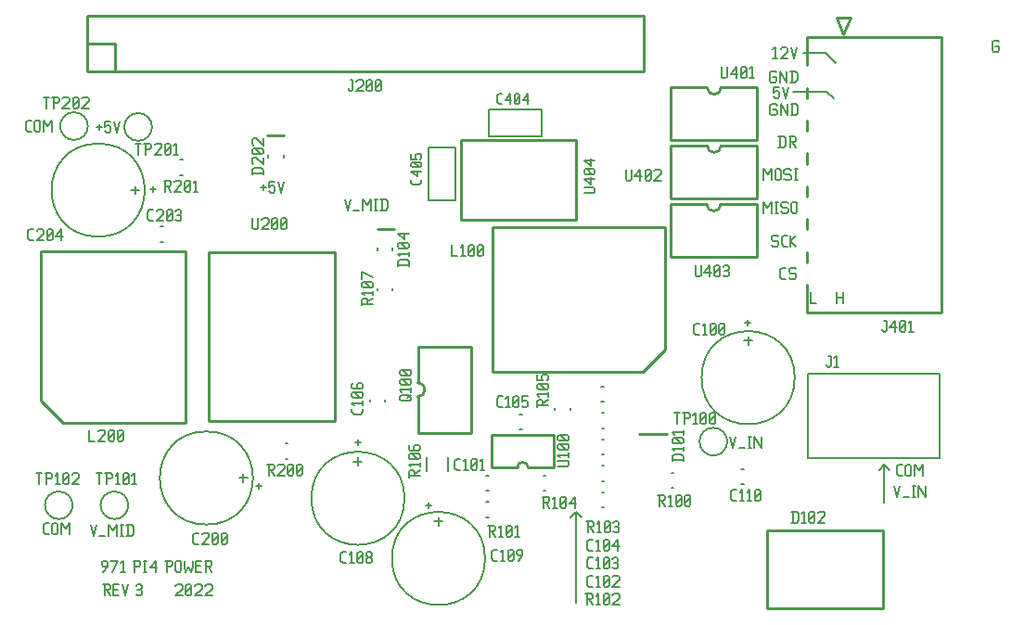
<source format=gbr>
G04 start of page 10 for group -4079 idx -4079 *
G04 Title: RspPiPS, topsilk *
G04 Creator: pcb 4.2.0 *
G04 CreationDate: Sun Jan 23 00:25:27 2022 UTC *
G04 For: debian *
G04 Format: Gerber/RS-274X *
G04 PCB-Dimensions (mil): 10000.00 10000.00 *
G04 PCB-Coordinate-Origin: lower left *
%MOIN*%
%FSLAX25Y25*%
%LNTOPSILK*%
%ADD106C,0.0050*%
%ADD105C,0.0080*%
%ADD104C,0.0060*%
%ADD103C,0.0100*%
G54D103*X234500Y729000D02*X240500D01*
X273884Y695409D02*X279884D01*
G54D104*X345500Y561000D02*Y593500D01*
X343500Y591500D01*
X345500Y593500D02*X347500Y591500D01*
X456193Y596942D02*Y610721D01*
X454224Y608753D01*
X456193Y610721D02*X458161Y608753D01*
X423500Y744700D02*X435500D01*
X438000Y742200D01*
X427000Y758600D02*X435100D01*
X438700Y755000D01*
G54D105*X232002Y710393D02*X234002D01*
X233002Y711393D02*Y709393D01*
X235202Y712393D02*X237202D01*
X235202D02*Y710393D01*
X235702Y710893D01*
X236702D01*
X237202Y710393D01*
Y708893D01*
X236702Y708393D02*X237202Y708893D01*
X235702Y708393D02*X236702D01*
X235202Y708893D02*X235702Y708393D01*
X238402Y712393D02*X239402Y708393D01*
X240402Y712393D01*
X262312Y706112D02*X263312Y702112D01*
X264312Y706112D01*
X265512Y702112D02*X267512D01*
X268712Y706112D02*Y702112D01*
Y706112D02*X270212Y704112D01*
X271712Y706112D01*
Y702112D01*
X272912Y706112D02*X273912D01*
X273412D02*Y702112D01*
X272912D02*X273912D01*
X275612Y706112D02*Y702112D01*
X276912Y706112D02*X277612Y705412D01*
Y702812D01*
X276912Y702112D02*X277612Y702812D01*
X275112Y702112D02*X276912D01*
X275112Y706112D02*X276912D01*
X348270Y708300D02*X351665D01*
X352150Y708785D01*
Y709755D02*Y708785D01*
Y709755D02*X351665Y710240D01*
X348270D02*X351665D01*
X350695Y711404D02*X348270Y713344D01*
X350695Y713829D02*Y711404D01*
X348270Y713344D02*X352150D01*
X351665Y714993D02*X352150Y715478D01*
X348755Y714993D02*X351665D01*
X348755D02*X348270Y715478D01*
Y716448D02*Y715478D01*
Y716448D02*X348755Y716933D01*
X351665D01*
X352150Y716448D02*X351665Y716933D01*
X352150Y716448D02*Y715478D01*
X351180Y714993D02*X349240Y716933D01*
X350695Y718097D02*X348270Y720037D01*
X350695Y720522D02*Y718097D01*
X348270Y720037D02*X352150D01*
X406200Y661700D02*X408200D01*
X407200Y662700D02*Y660700D01*
X400811Y620630D02*X401811Y616630D01*
X402811Y620630D01*
X404011Y616630D02*X406011D01*
X407211Y620630D02*X408211D01*
X407711D02*Y616630D01*
X407211D02*X408211D01*
X409411Y620630D02*Y616630D01*
Y620630D02*X411911Y616630D01*
Y620630D02*Y616630D01*
X459866Y602913D02*X460866Y598913D01*
X461866Y602913D01*
X463066Y598913D02*X465066D01*
X466266Y602913D02*X467266D01*
X466766D02*Y598913D01*
X466266D02*X467266D01*
X468466Y602913D02*Y598913D01*
Y602913D02*X470966Y598913D01*
Y602913D02*Y598913D01*
X461342Y606567D02*X462642D01*
X460642Y607267D02*X461342Y606567D01*
X460642Y609867D02*Y607267D01*
Y609867D02*X461342Y610567D01*
X462642D01*
X463842Y610067D02*Y607067D01*
Y610067D02*X464342Y610567D01*
X465342D01*
X465842Y610067D01*
Y607067D01*
X465342Y606567D02*X465842Y607067D01*
X464342Y606567D02*X465342D01*
X463842Y607067D02*X464342Y606567D01*
X467042Y610567D02*Y606567D01*
Y610567D02*X468542Y608567D01*
X470042Y610567D01*
Y606567D01*
X438900Y672700D02*Y668700D01*
X441400Y672700D02*Y668700D01*
X438900Y670700D02*X441400D01*
X429800Y672700D02*Y668700D01*
X431800D01*
X418700Y728600D02*Y724600D01*
X420000Y728600D02*X420700Y727900D01*
Y725300D01*
X420000Y724600D02*X420700Y725300D01*
X418200Y724600D02*X420000D01*
X418200Y728600D02*X420000D01*
X421900D02*X423900D01*
X424400Y728100D01*
Y727100D01*
X423900Y726600D02*X424400Y727100D01*
X422400Y726600D02*X423900D01*
X422400Y728600D02*Y724600D01*
X423200Y726600D02*X424400Y724600D01*
X412700Y705000D02*Y701000D01*
Y705000D02*X414200Y703000D01*
X415700Y705000D01*
Y701000D01*
X416900Y705000D02*X417900D01*
X417400D02*Y701000D01*
X416900D02*X417900D01*
X421100Y705000D02*X421600Y704500D01*
X419600Y705000D02*X421100D01*
X419100Y704500D02*X419600Y705000D01*
X419100Y704500D02*Y703500D01*
X419600Y703000D01*
X421100D01*
X421600Y702500D01*
Y701500D01*
X421100Y701000D02*X421600Y701500D01*
X419600Y701000D02*X421100D01*
X419100Y701500D02*X419600Y701000D01*
X422800Y704500D02*Y701500D01*
Y704500D02*X423300Y705000D01*
X424300D01*
X424800Y704500D01*
Y701500D01*
X424300Y701000D02*X424800Y701500D01*
X423300Y701000D02*X424300D01*
X422800Y701500D02*X423300Y701000D01*
X412800Y716800D02*Y712800D01*
Y716800D02*X414300Y714800D01*
X415800Y716800D01*
Y712800D01*
X417000Y716300D02*Y713300D01*
Y716300D02*X417500Y716800D01*
X418500D01*
X419000Y716300D01*
Y713300D01*
X418500Y712800D02*X419000Y713300D01*
X417500Y712800D02*X418500D01*
X417000Y713300D02*X417500Y712800D01*
X422200Y716800D02*X422700Y716300D01*
X420700Y716800D02*X422200D01*
X420200Y716300D02*X420700Y716800D01*
X420200Y716300D02*Y715300D01*
X420700Y714800D01*
X422200D01*
X422700Y714300D01*
Y713300D01*
X422200Y712800D02*X422700Y713300D01*
X420700Y712800D02*X422200D01*
X420200Y713300D02*X420700Y712800D01*
X423900Y716800D02*X424900D01*
X424400D02*Y712800D01*
X423900D02*X424900D01*
X419400Y677300D02*X420700D01*
X418700Y678000D02*X419400Y677300D01*
X418700Y680600D02*Y678000D01*
Y680600D02*X419400Y681300D01*
X420700D01*
X423900D02*X424400Y680800D01*
X422400Y681300D02*X423900D01*
X421900Y680800D02*X422400Y681300D01*
X421900Y680800D02*Y679800D01*
X422400Y679300D01*
X423900D01*
X424400Y678800D01*
Y677800D01*
X423900Y677300D02*X424400Y677800D01*
X422400Y677300D02*X423900D01*
X421900Y677800D02*X422400Y677300D01*
X417600Y693100D02*X418100Y692600D01*
X416100Y693100D02*X417600D01*
X415600Y692600D02*X416100Y693100D01*
X415600Y692600D02*Y691600D01*
X416100Y691100D01*
X417600D01*
X418100Y690600D01*
Y689600D01*
X417600Y689100D02*X418100Y689600D01*
X416100Y689100D02*X417600D01*
X415600Y689600D02*X416100Y689100D01*
X420000D02*X421300D01*
X419300Y689800D02*X420000Y689100D01*
X419300Y692400D02*Y689800D01*
Y692400D02*X420000Y693100D01*
X421300D01*
X422500D02*Y689100D01*
Y691100D02*X424500Y693100D01*
X422500Y691100D02*X424500Y689100D01*
X416400Y746400D02*X418400D01*
X416400D02*Y744400D01*
X416900Y744900D01*
X417900D01*
X418400Y744400D01*
Y742900D01*
X417900Y742400D02*X418400Y742900D01*
X416900Y742400D02*X417900D01*
X416400Y742900D02*X416900Y742400D01*
X419600Y746400D02*X420600Y742400D01*
X421600Y746400D01*
X416200Y759800D02*X417000Y760600D01*
Y756600D01*
X416200D02*X417700D01*
X418900Y760100D02*X419400Y760600D01*
X420900D01*
X421400Y760100D01*
Y759100D01*
X418900Y756600D02*X421400Y759100D01*
X418900Y756600D02*X421400D01*
X422600Y760600D02*X423600Y756600D01*
X424600Y760600D01*
X417000Y752100D02*X417500Y751600D01*
X415500Y752100D02*X417000D01*
X415000Y751600D02*X415500Y752100D01*
X415000Y751600D02*Y748600D01*
X415500Y748100D01*
X417000D01*
X417500Y748600D01*
Y749600D02*Y748600D01*
X417000Y750100D02*X417500Y749600D01*
X416000Y750100D02*X417000D01*
X418700Y752100D02*Y748100D01*
Y752100D02*X421200Y748100D01*
Y752100D02*Y748100D01*
X422900Y752100D02*Y748100D01*
X424200Y752100D02*X424900Y751400D01*
Y748800D01*
X424200Y748100D02*X424900Y748800D01*
X422400Y748100D02*X424200D01*
X422400Y752100D02*X424200D01*
X417200Y740200D02*X417700Y739700D01*
X415700Y740200D02*X417200D01*
X415200Y739700D02*X415700Y740200D01*
X415200Y739700D02*Y736700D01*
X415700Y736200D01*
X417200D01*
X417700Y736700D01*
Y737700D02*Y736700D01*
X417200Y738200D02*X417700Y737700D01*
X416200Y738200D02*X417200D01*
X418900Y740200D02*Y736200D01*
Y740200D02*X421400Y736200D01*
Y740200D02*Y736200D01*
X423100Y740200D02*Y736200D01*
X424400Y740200D02*X425100Y739500D01*
Y736900D01*
X424400Y736200D02*X425100Y736900D01*
X422600Y736200D02*X424400D01*
X422600Y740200D02*X424400D01*
X496900Y763100D02*X497400Y762600D01*
X495400Y763100D02*X496900D01*
X494900Y762600D02*X495400Y763100D01*
X494900Y762600D02*Y759600D01*
X495400Y759100D01*
X496900D01*
X497400Y759600D01*
Y760600D02*Y759600D01*
X496900Y761100D02*X497400Y760600D01*
X495900Y761100D02*X496900D01*
X230500Y603000D02*X232500D01*
X231500Y604000D02*Y602000D01*
X192500Y709500D02*X194500D01*
X193500Y710500D02*Y708500D01*
X171000Y589000D02*X172000Y585000D01*
X173000Y589000D01*
X174200Y585000D02*X176200D01*
X177400Y589000D02*Y585000D01*
Y589000D02*X178900Y587000D01*
X180400Y589000D01*
Y585000D01*
X181600Y589000D02*X182600D01*
X182100D02*Y585000D01*
X181600D02*X182600D01*
X184300Y589000D02*Y585000D01*
X185600Y589000D02*X186300Y588300D01*
Y585700D01*
X185600Y585000D02*X186300Y585700D01*
X183800Y585000D02*X185600D01*
X183800Y589000D02*X185600D01*
X154700Y585500D02*X156000D01*
X154000Y586200D02*X154700Y585500D01*
X154000Y588800D02*Y586200D01*
Y588800D02*X154700Y589500D01*
X156000D01*
X157200Y589000D02*Y586000D01*
Y589000D02*X157700Y589500D01*
X158700D01*
X159200Y589000D01*
Y586000D01*
X158700Y585500D02*X159200Y586000D01*
X157700Y585500D02*X158700D01*
X157200Y586000D02*X157700Y585500D01*
X160400Y589500D02*Y585500D01*
Y589500D02*X161900Y587500D01*
X163400Y589500D01*
Y585500D01*
X266000Y618500D02*X268000D01*
X267000Y619500D02*Y617500D01*
X291500Y596000D02*X293500D01*
X292500Y597000D02*Y595000D01*
X173000Y732000D02*X175000D01*
X174000Y733000D02*Y731000D01*
X176200Y734000D02*X178200D01*
X176200D02*Y732000D01*
X176700Y732500D01*
X177700D01*
X178200Y732000D01*
Y730500D01*
X177700Y730000D02*X178200Y730500D01*
X176700Y730000D02*X177700D01*
X176200Y730500D02*X176700Y730000D01*
X179400Y734000D02*X180400Y730000D01*
X181400Y734000D01*
X148239Y730394D02*X149539D01*
X147539Y731094D02*X148239Y730394D01*
X147539Y733694D02*Y731094D01*
Y733694D02*X148239Y734394D01*
X149539D01*
X150739Y733894D02*Y730894D01*
Y733894D02*X151239Y734394D01*
X152239D01*
X152739Y733894D01*
Y730894D01*
X152239Y730394D02*X152739Y730894D01*
X151239Y730394D02*X152239D01*
X150739Y730894D02*X151239Y730394D01*
X153939Y734394D02*Y730394D01*
Y734394D02*X155439Y732394D01*
X156939Y734394D01*
Y730394D01*
X175429Y567567D02*X177429D01*
X177929Y567067D01*
Y566067D01*
X177429Y565567D02*X177929Y566067D01*
X175929Y565567D02*X177429D01*
X175929Y567567D02*Y563567D01*
X176729Y565567D02*X177929Y563567D01*
X179129Y565767D02*X180629D01*
X179129Y563567D02*X181129D01*
X179129Y567567D02*Y563567D01*
Y567567D02*X181129D01*
X182329D02*X183329Y563567D01*
X184329Y567567D01*
X187329Y567067D02*X187829Y567567D01*
X188829D01*
X189329Y567067D01*
X188829Y563567D02*X189329Y564067D01*
X187829Y563567D02*X188829D01*
X187329Y564067D02*X187829Y563567D01*
Y565767D02*X188829D01*
X189329Y567067D02*Y566267D01*
Y565267D02*Y564067D01*
Y565267D02*X188829Y565767D01*
X189329Y566267D02*X188829Y565767D01*
X175429Y572067D02*X176929Y574067D01*
Y575567D02*Y574067D01*
X176429Y576067D02*X176929Y575567D01*
X175429Y576067D02*X176429D01*
X174929Y575567D02*X175429Y576067D01*
X174929Y575567D02*Y574567D01*
X175429Y574067D01*
X176929D01*
X178629Y572067D02*X180629Y576067D01*
X178129D02*X180629D01*
X181829Y575267D02*X182629Y576067D01*
Y572067D01*
X181829D02*X183329D01*
X186829Y576067D02*Y572067D01*
X186329Y576067D02*X188329D01*
X188829Y575567D01*
Y574567D01*
X188329Y574067D02*X188829Y574567D01*
X186829Y574067D02*X188329D01*
X190029Y576067D02*X191029D01*
X190529D02*Y572067D01*
X190029D02*X191029D01*
X192229Y573567D02*X194229Y576067D01*
X192229Y573567D02*X194729D01*
X194229Y576067D02*Y572067D01*
X198229Y576067D02*Y572067D01*
X197729Y576067D02*X199729D01*
X200229Y575567D01*
Y574567D01*
X199729Y574067D02*X200229Y574567D01*
X198229Y574067D02*X199729D01*
X201429Y575567D02*Y572567D01*
Y575567D02*X201929Y576067D01*
X202929D01*
X203429Y575567D01*
Y572567D01*
X202929Y572067D02*X203429Y572567D01*
X201929Y572067D02*X202929D01*
X201429Y572567D02*X201929Y572067D01*
X204629Y576067D02*Y574067D01*
X205129Y572067D01*
X206129Y574067D01*
X207129Y572067D01*
X207629Y574067D01*
Y576067D02*Y574067D01*
X208829Y574267D02*X210329D01*
X208829Y572067D02*X210829D01*
X208829Y576067D02*Y572067D01*
Y576067D02*X210829D01*
X212029D02*X214029D01*
X214529Y575567D01*
Y574567D01*
X214029Y574067D02*X214529Y574567D01*
X212529Y574067D02*X214029D01*
X212529Y576067D02*Y572067D01*
X213329Y574067D02*X214529Y572067D01*
X201500Y567000D02*X202000Y567500D01*
X203500D01*
X204000Y567000D01*
Y566000D01*
X201500Y563500D02*X204000Y566000D01*
X201500Y563500D02*X204000D01*
X205200Y564000D02*X205700Y563500D01*
X205200Y567000D02*Y564000D01*
Y567000D02*X205700Y567500D01*
X206700D01*
X207200Y567000D01*
Y564000D01*
X206700Y563500D02*X207200Y564000D01*
X205700Y563500D02*X206700D01*
X205200Y564500D02*X207200Y566500D01*
X208400Y567000D02*X208900Y567500D01*
X210400D01*
X210900Y567000D01*
Y566000D01*
X208400Y563500D02*X210900Y566000D01*
X208400Y563500D02*X210900D01*
X212100Y567000D02*X212600Y567500D01*
X214100D01*
X214600Y567000D01*
Y566000D01*
X212100Y563500D02*X214600Y566000D01*
X212100Y563500D02*X214600D01*
G54D104*X164961Y727283D02*G75*G03X169961Y732283I0J5000D01*G01*
G75*G03X164961Y737283I-5000J0D01*G01*
G75*G03X159961Y732283I0J-5000D01*G01*
G75*G03X164961Y727283I5000J0D01*G01*
G54D105*X185457Y709276D02*X188409D01*
X186933Y710752D02*Y707799D01*
X173646Y692543D02*G75*G03X173646Y692543I0J16732D01*G01*
X196107Y690745D02*X196893D01*
X196107Y696255D02*X196893D01*
X234788Y721850D02*Y721064D01*
X240298Y721850D02*Y721064D01*
X203150Y714745D02*X203936D01*
X203150Y720255D02*X203936D01*
G54D104*X188000Y727000D02*G75*G03X193000Y732000I0J5000D01*G01*
G75*G03X188000Y737000I-5000J0D01*G01*
G75*G03X183000Y732000I0J-5000D01*G01*
G75*G03X188000Y727000I5000J0D01*G01*
G54D103*X169700Y751800D02*X369700D01*
Y771800D02*Y751800D01*
X169700Y771800D02*X369700D01*
X169700D02*Y751800D01*
X179700Y761800D02*Y751800D01*
X169700Y761800D02*X179700D01*
X304098Y727192D02*X345498D01*
X304098D02*Y698692D01*
X345498D01*
Y727192D02*Y698692D01*
G54D105*X379607Y607755D02*X380393D01*
X379607Y602245D02*X380393D01*
G54D103*X368000Y621600D02*X378000D01*
G54D105*X354607Y595245D02*X355393D01*
X354607Y600755D02*X355393D01*
X333607Y601245D02*X334393D01*
X333607Y606755D02*X334393D01*
X354607Y604745D02*X355393D01*
X354607Y610255D02*X355393D01*
X354607Y614245D02*X355393D01*
X354607Y619755D02*X355393D01*
G54D104*X394736Y613866D02*G75*G03X399736Y618866I0J5000D01*G01*
G75*G03X394736Y623866I-5000J0D01*G01*
G75*G03X389736Y618866I0J-5000D01*G01*
G75*G03X394736Y613866I5000J0D01*G01*
G54D105*X407236Y656630D02*Y653677D01*
X405760Y655154D02*X408713D01*
X423969Y641866D02*G75*G03X423969Y641866I-16732J0D01*G01*
X428862Y643236D02*Y612921D01*
Y643236D02*X476106D01*
Y612921D01*
X428862D02*X476106D01*
G54D103*X413939Y586811D02*X455539D01*
X413939D02*Y558811D01*
X455539D01*
Y586811D02*Y558811D01*
G54D105*X404843Y609121D02*X405629D01*
X404843Y603611D02*X405629D01*
X267000Y613264D02*Y610311D01*
X265524Y611787D02*X268476D01*
X283732Y598500D02*G75*G03X283732Y598500I-16732J0D01*G01*
X276755Y633979D02*Y633193D01*
X271245Y633979D02*Y633193D01*
X279527Y673988D02*Y673202D01*
X274017Y673988D02*Y673202D01*
Y688555D02*Y687769D01*
X279527Y688555D02*Y687769D01*
G54D104*X159500Y591000D02*G75*G03X164500Y596000I0J5000D01*G01*
G75*G03X159500Y601000I-5000J0D01*G01*
G75*G03X154500Y596000I0J-5000D01*G01*
G75*G03X159500Y591000I5000J0D01*G01*
X179500D02*G75*G03X184500Y596000I0J5000D01*G01*
G75*G03X179500Y601000I-5000J0D01*G01*
G75*G03X174500Y596000I0J-5000D01*G01*
G75*G03X179500Y591000I5000J0D01*G01*
G54D103*X160890Y625594D02*X204984D01*
X153016Y687406D02*X204984D01*
Y625594D01*
X153016Y687406D02*Y633469D01*
X160890Y625594D02*X153016Y633469D01*
X213250Y626450D02*X258750D01*
X213250D02*Y687000D01*
X258750Y626450D02*Y687000D01*
X213250D02*X258750D01*
G54D105*X224346Y605799D02*X227299D01*
X225823Y607276D02*Y604323D01*
X212535Y589067D02*G75*G03X212535Y589067I0J16732D01*G01*
X241064Y612745D02*X241850D01*
X241064Y618255D02*X241850D01*
X313107Y606755D02*X313893D01*
X313107Y601245D02*X313893D01*
X313107Y597255D02*X313893D01*
X313107Y591745D02*X313893D01*
X295949Y591642D02*Y588689D01*
X294472Y590165D02*X297425D01*
X312681Y576878D02*G75*G03X312681Y576878I-16732J0D01*G01*
X354607Y623745D02*X355393D01*
X354607Y629255D02*X355393D01*
X343212Y630936D02*Y630150D01*
X337702Y630936D02*Y630150D01*
X354457Y638755D02*X355243D01*
X354457Y633245D02*X355243D01*
G54D103*X288543Y622049D02*X307543D01*
Y653049D02*Y622049D01*
X288543Y653049D02*X307543D01*
X288543Y635049D02*Y622049D01*
Y653049D02*Y640049D01*
Y635049D02*G75*G03X288543Y640049I0J2500D01*G01*
G54D105*X291772Y613126D02*Y608402D01*
X299252Y613126D02*Y608402D01*
X325193Y628755D02*X325979D01*
X325193Y623245D02*X325979D01*
G54D103*X377244Y695984D02*Y651890D01*
X315433Y695984D02*Y644016D01*
Y695984D02*X377244D01*
X315433Y644016D02*X369370D01*
X377244Y651890D02*X369370Y644016D01*
G54D106*X314113Y738165D02*X333113D01*
Y728565D01*
X314113D01*
Y738165D01*
X301935Y724461D02*Y705461D01*
X292335D02*X301935D01*
X292335Y724461D02*Y705461D01*
Y724461D02*X301935D01*
G54D103*X328123Y609612D02*X337323D01*
X315023D02*X324323D01*
X315023Y621412D02*Y609612D01*
Y621412D02*X337323D01*
Y609612D01*
X328123D02*G75*G03X324323Y609612I-1900J0D01*G01*
X441461Y765220D02*X438961Y771220D01*
X443961D01*
X441461Y765220D01*
X428390Y665205D02*X476579D01*
Y764220D02*Y665205D01*
X428390Y764220D02*X476579D01*
X428390D02*Y754207D01*
Y746085D02*Y742396D01*
Y734274D02*Y730585D01*
Y722463D02*Y718774D01*
Y710652D02*Y706963D01*
Y698841D02*Y695152D01*
Y687030D02*Y683341D01*
Y675219D02*Y665205D01*
X379368Y704244D02*Y685244D01*
X410368D01*
Y704244D01*
X379368D02*X392368D01*
X410368D02*X397368D01*
X392368D02*G75*G03X397368Y704244I2500J0D01*G01*
X379516Y725303D02*Y706303D01*
X410516D01*
Y725303D01*
X379516D02*X392516D01*
X410516D02*X397516D01*
X392516D02*G75*G03X397516Y725303I2500J0D01*G01*
X379500Y746200D02*Y727200D01*
X410500D01*
Y746200D01*
X379500D02*X392500D01*
X410500D02*X397500D01*
X392500D02*G75*G03X397500Y746200I2500J0D01*G01*
G54D105*X397700Y753600D02*Y750100D01*
X398200Y749600D01*
X399200D01*
X399700Y750100D01*
Y753600D02*Y750100D01*
X400900Y751100D02*X402900Y753600D01*
X400900Y751100D02*X403400D01*
X402900Y753600D02*Y749600D01*
X404600Y750100D02*X405100Y749600D01*
X404600Y753100D02*Y750100D01*
Y753100D02*X405100Y753600D01*
X406100D01*
X406600Y753100D01*
Y750100D01*
X406100Y749600D02*X406600Y750100D01*
X405100Y749600D02*X406100D01*
X404600Y750600D02*X406600Y752600D01*
X407800Y752800D02*X408600Y753600D01*
Y749600D01*
X407800D02*X409300D01*
X379900Y612300D02*X383900D01*
X379900Y613600D02*X380600Y614300D01*
X383200D01*
X383900Y613600D02*X383200Y614300D01*
X383900Y613600D02*Y611800D01*
X379900Y613600D02*Y611800D01*
X380700Y615500D02*X379900Y616300D01*
X383900D01*
Y617000D02*Y615500D01*
X383400Y618200D02*X383900Y618700D01*
X380400Y618200D02*X383400D01*
X380400D02*X379900Y618700D01*
Y619700D02*Y618700D01*
Y619700D02*X380400Y620200D01*
X383400D01*
X383900Y619700D02*X383400Y620200D01*
X383900Y619700D02*Y618700D01*
X382900Y618200D02*X380900Y620200D01*
X380700Y621400D02*X379900Y622200D01*
X383900D01*
Y622900D02*Y621400D01*
X388268Y682144D02*Y678644D01*
X388768Y678144D01*
X389768D01*
X390268Y678644D01*
Y682144D02*Y678644D01*
X391468Y679644D02*X393468Y682144D01*
X391468Y679644D02*X393968D01*
X393468Y682144D02*Y678144D01*
X395168Y678644D02*X395668Y678144D01*
X395168Y681644D02*Y678644D01*
Y681644D02*X395668Y682144D01*
X396668D01*
X397168Y681644D01*
Y678644D01*
X396668Y678144D02*X397168Y678644D01*
X395668Y678144D02*X396668D01*
X395168Y679144D02*X397168Y681144D01*
X398368Y681644D02*X398868Y682144D01*
X399868D01*
X400368Y681644D01*
X399868Y678144D02*X400368Y678644D01*
X398868Y678144D02*X399868D01*
X398368Y678644D02*X398868Y678144D01*
Y680344D02*X399868D01*
X400368Y681644D02*Y680844D01*
Y679844D02*Y678644D01*
Y679844D02*X399868Y680344D01*
X400368Y680844D02*X399868Y680344D01*
X363316Y716703D02*Y713203D01*
X363816Y712703D01*
X364816D01*
X365316Y713203D01*
Y716703D02*Y713203D01*
X366516Y714203D02*X368516Y716703D01*
X366516Y714203D02*X369016D01*
X368516Y716703D02*Y712703D01*
X370216Y713203D02*X370716Y712703D01*
X370216Y716203D02*Y713203D01*
Y716203D02*X370716Y716703D01*
X371716D01*
X372216Y716203D01*
Y713203D01*
X371716Y712703D02*X372216Y713203D01*
X370716Y712703D02*X371716D01*
X370216Y713703D02*X372216Y715703D01*
X373416Y716203D02*X373916Y716703D01*
X375416D01*
X375916Y716203D01*
Y715203D01*
X373416Y712703D02*X375916Y715203D01*
X373416Y712703D02*X375916D01*
X380583Y629240D02*X382583D01*
X381583D02*Y625240D01*
X384283Y629240D02*Y625240D01*
X383783Y629240D02*X385783D01*
X386283Y628740D01*
Y627740D01*
X385783Y627240D02*X386283Y627740D01*
X384283Y627240D02*X385783D01*
X387483Y628440D02*X388283Y629240D01*
Y625240D01*
X387483D02*X388983D01*
X390183Y625740D02*X390683Y625240D01*
X390183Y628740D02*Y625740D01*
Y628740D02*X390683Y629240D01*
X391683D01*
X392183Y628740D01*
Y625740D01*
X391683Y625240D02*X392183Y625740D01*
X390683Y625240D02*X391683D01*
X390183Y626240D02*X392183Y628240D01*
X393383Y625740D02*X393883Y625240D01*
X393383Y628740D02*Y625740D01*
Y628740D02*X393883Y629240D01*
X394883D01*
X395383Y628740D01*
Y625740D01*
X394883Y625240D02*X395383Y625740D01*
X393883Y625240D02*X394883D01*
X393383Y626240D02*X395383Y628240D01*
X388436Y657366D02*X389736D01*
X387736Y658066D02*X388436Y657366D01*
X387736Y660666D02*Y658066D01*
Y660666D02*X388436Y661366D01*
X389736D01*
X390936Y660566D02*X391736Y661366D01*
Y657366D01*
X390936D02*X392436D01*
X393636Y657866D02*X394136Y657366D01*
X393636Y660866D02*Y657866D01*
Y660866D02*X394136Y661366D01*
X395136D01*
X395636Y660866D01*
Y657866D01*
X395136Y657366D02*X395636Y657866D01*
X394136Y657366D02*X395136D01*
X393636Y658366D02*X395636Y660366D01*
X396836Y657866D02*X397336Y657366D01*
X396836Y660866D02*Y657866D01*
Y660866D02*X397336Y661366D01*
X398336D01*
X398836Y660866D01*
Y657866D01*
X398336Y657366D02*X398836Y657866D01*
X397336Y657366D02*X398336D01*
X396836Y658366D02*X398836Y660366D01*
X374850Y599650D02*X376850D01*
X377350Y599150D01*
Y598150D01*
X376850Y597650D02*X377350Y598150D01*
X375350Y597650D02*X376850D01*
X375350Y599650D02*Y595650D01*
X376150Y597650D02*X377350Y595650D01*
X378550Y598850D02*X379350Y599650D01*
Y595650D01*
X378550D02*X380050D01*
X381250Y596150D02*X381750Y595650D01*
X381250Y599150D02*Y596150D01*
Y599150D02*X381750Y599650D01*
X382750D01*
X383250Y599150D01*
Y596150D01*
X382750Y595650D02*X383250Y596150D01*
X381750Y595650D02*X382750D01*
X381250Y596650D02*X383250Y598650D01*
X384450Y596150D02*X384950Y595650D01*
X384450Y599150D02*Y596150D01*
Y599150D02*X384950Y599650D01*
X385950D01*
X386450Y599150D01*
Y596150D01*
X385950Y595650D02*X386450Y596150D01*
X384950Y595650D02*X385950D01*
X384450Y596650D02*X386450Y598650D01*
X302550Y608650D02*X303850D01*
X301850Y609350D02*X302550Y608650D01*
X301850Y611950D02*Y609350D01*
Y611950D02*X302550Y612650D01*
X303850D01*
X305050Y611850D02*X305850Y612650D01*
Y608650D01*
X305050D02*X306550D01*
X307750Y609150D02*X308250Y608650D01*
X307750Y612150D02*Y609150D01*
Y612150D02*X308250Y612650D01*
X309250D01*
X309750Y612150D01*
Y609150D01*
X309250Y608650D02*X309750Y609150D01*
X308250Y608650D02*X309250D01*
X307750Y609650D02*X309750Y611650D01*
X310950Y611850D02*X311750Y612650D01*
Y608650D01*
X310950D02*X312450D01*
X338823Y610112D02*X342323D01*
X342823Y610612D01*
Y611612D02*Y610612D01*
Y611612D02*X342323Y612112D01*
X338823D02*X342323D01*
X339623Y613312D02*X338823Y614112D01*
X342823D01*
Y614812D02*Y613312D01*
X342323Y616012D02*X342823Y616512D01*
X339323Y616012D02*X342323D01*
X339323D02*X338823Y616512D01*
Y617512D02*Y616512D01*
Y617512D02*X339323Y618012D01*
X342323D01*
X342823Y617512D02*X342323Y618012D01*
X342823Y617512D02*Y616512D01*
X341823Y616012D02*X339823Y618012D01*
X342323Y619212D02*X342823Y619712D01*
X339323Y619212D02*X342323D01*
X339323D02*X338823Y619712D01*
Y620712D02*Y619712D01*
Y620712D02*X339323Y621212D01*
X342323D01*
X342823Y620712D02*X342323Y621212D01*
X342823Y620712D02*Y619712D01*
X341823Y619212D02*X339823Y621212D01*
X348850Y564150D02*X350850D01*
X351350Y563650D01*
Y562650D01*
X350850Y562150D02*X351350Y562650D01*
X349350Y562150D02*X350850D01*
X349350Y564150D02*Y560150D01*
X350150Y562150D02*X351350Y560150D01*
X352550Y563350D02*X353350Y564150D01*
Y560150D01*
X352550D02*X354050D01*
X355250Y560650D02*X355750Y560150D01*
X355250Y563650D02*Y560650D01*
Y563650D02*X355750Y564150D01*
X356750D01*
X357250Y563650D01*
Y560650D01*
X356750Y560150D02*X357250Y560650D01*
X355750Y560150D02*X356750D01*
X355250Y561150D02*X357250Y563150D01*
X358450Y563650D02*X358950Y564150D01*
X360450D01*
X360950Y563650D01*
Y562650D01*
X358450Y560150D02*X360950Y562650D01*
X358450Y560150D02*X360950D01*
X350050Y566650D02*X351350D01*
X349350Y567350D02*X350050Y566650D01*
X349350Y569950D02*Y567350D01*
Y569950D02*X350050Y570650D01*
X351350D01*
X352550Y569850D02*X353350Y570650D01*
Y566650D01*
X352550D02*X354050D01*
X355250Y567150D02*X355750Y566650D01*
X355250Y570150D02*Y567150D01*
Y570150D02*X355750Y570650D01*
X356750D01*
X357250Y570150D01*
Y567150D01*
X356750Y566650D02*X357250Y567150D01*
X355750Y566650D02*X356750D01*
X355250Y567650D02*X357250Y569650D01*
X358450Y570150D02*X358950Y570650D01*
X360450D01*
X360950Y570150D01*
Y569150D01*
X358450Y566650D02*X360950Y569150D01*
X358450Y566650D02*X360950D01*
X456142Y662304D02*X456942D01*
Y658804D01*
X456442Y658304D02*X456942Y658804D01*
X455942Y658304D02*X456442D01*
X455442Y658804D02*X455942Y658304D01*
X455442Y659304D02*Y658804D01*
X458142Y659804D02*X460142Y662304D01*
X458142Y659804D02*X460642D01*
X460142Y662304D02*Y658304D01*
X461842Y658804D02*X462342Y658304D01*
X461842Y661804D02*Y658804D01*
Y661804D02*X462342Y662304D01*
X463342D01*
X463842Y661804D01*
Y658804D01*
X463342Y658304D02*X463842Y658804D01*
X462342Y658304D02*X463342D01*
X461842Y659304D02*X463842Y661304D01*
X465042Y661504D02*X465842Y662304D01*
Y658304D01*
X465042D02*X466542D01*
X436158Y649664D02*X436958D01*
Y646164D01*
X436458Y645664D02*X436958Y646164D01*
X435958Y645664D02*X436458D01*
X435458Y646164D02*X435958Y645664D01*
X435458Y646664D02*Y646164D01*
X438158Y648864D02*X438958Y649664D01*
Y645664D01*
X438158D02*X439658D01*
X423247Y593777D02*Y589777D01*
X424547Y593777D02*X425247Y593077D01*
Y590477D01*
X424547Y589777D02*X425247Y590477D01*
X422747Y589777D02*X424547D01*
X422747Y593777D02*X424547D01*
X426447Y592977D02*X427247Y593777D01*
Y589777D01*
X426447D02*X427947D01*
X429147Y590277D02*X429647Y589777D01*
X429147Y593277D02*Y590277D01*
Y593277D02*X429647Y593777D01*
X430647D01*
X431147Y593277D01*
Y590277D01*
X430647Y589777D02*X431147Y590277D01*
X429647Y589777D02*X430647D01*
X429147Y590777D02*X431147Y592777D01*
X432347Y593277D02*X432847Y593777D01*
X434347D01*
X434847Y593277D01*
Y592277D01*
X432347Y589777D02*X434847Y592277D01*
X432347Y589777D02*X434847D01*
X401786Y597516D02*X403086D01*
X401086Y598216D02*X401786Y597516D01*
X401086Y600816D02*Y598216D01*
Y600816D02*X401786Y601516D01*
X403086D01*
X404286Y600716D02*X405086Y601516D01*
Y597516D01*
X404286D02*X405786D01*
X406986Y600716D02*X407786Y601516D01*
Y597516D01*
X406986D02*X408486D01*
X409686Y598016D02*X410186Y597516D01*
X409686Y601016D02*Y598016D01*
Y601016D02*X410186Y601516D01*
X411186D01*
X411686Y601016D01*
Y598016D01*
X411186Y597516D02*X411686Y598016D01*
X410186Y597516D02*X411186D01*
X409686Y598516D02*X411686Y600516D01*
X153961Y742783D02*X155961D01*
X154961D02*Y738783D01*
X157661Y742783D02*Y738783D01*
X157161Y742783D02*X159161D01*
X159661Y742283D01*
Y741283D01*
X159161Y740783D02*X159661Y741283D01*
X157661Y740783D02*X159161D01*
X160861Y742283D02*X161361Y742783D01*
X162861D01*
X163361Y742283D01*
Y741283D01*
X160861Y738783D02*X163361Y741283D01*
X160861Y738783D02*X163361D01*
X164561Y739283D02*X165061Y738783D01*
X164561Y742283D02*Y739283D01*
Y742283D02*X165061Y742783D01*
X166061D01*
X166561Y742283D01*
Y739283D01*
X166061Y738783D02*X166561Y739283D01*
X165061Y738783D02*X166061D01*
X164561Y739783D02*X166561Y741783D01*
X167761Y742283D02*X168261Y742783D01*
X169761D01*
X170261Y742283D01*
Y741283D01*
X167761Y738783D02*X170261Y741283D01*
X167761Y738783D02*X170261D01*
X149076Y691254D02*X150376D01*
X148376Y691954D02*X149076Y691254D01*
X148376Y694554D02*Y691954D01*
Y694554D02*X149076Y695254D01*
X150376D01*
X151576Y694754D02*X152076Y695254D01*
X153576D01*
X154076Y694754D01*
Y693754D01*
X151576Y691254D02*X154076Y693754D01*
X151576Y691254D02*X154076D01*
X155276Y691754D02*X155776Y691254D01*
X155276Y694754D02*Y691754D01*
Y694754D02*X155776Y695254D01*
X156776D01*
X157276Y694754D01*
Y691754D01*
X156776Y691254D02*X157276Y691754D01*
X155776Y691254D02*X156776D01*
X155276Y692254D02*X157276Y694254D01*
X158476Y692754D02*X160476Y695254D01*
X158476Y692754D02*X160976D01*
X160476Y695254D02*Y691254D01*
X229200Y699175D02*Y695675D01*
X229700Y695175D01*
X230700D01*
X231200Y695675D01*
Y699175D02*Y695675D01*
X232400Y698675D02*X232900Y699175D01*
X234400D01*
X234900Y698675D01*
Y697675D01*
X232400Y695175D02*X234900Y697675D01*
X232400Y695175D02*X234900D01*
X236100Y695675D02*X236600Y695175D01*
X236100Y698675D02*Y695675D01*
Y698675D02*X236600Y699175D01*
X237600D01*
X238100Y698675D01*
Y695675D01*
X237600Y695175D02*X238100Y695675D01*
X236600Y695175D02*X237600D01*
X236100Y696175D02*X238100Y698175D01*
X239300Y695675D02*X239800Y695175D01*
X239300Y698675D02*Y695675D01*
Y698675D02*X239800Y699175D01*
X240800D01*
X241300Y698675D01*
Y695675D01*
X240800Y695175D02*X241300Y695675D01*
X239800Y695175D02*X240800D01*
X239300Y696175D02*X241300Y698175D01*
X192050Y698150D02*X193350D01*
X191350Y698850D02*X192050Y698150D01*
X191350Y701450D02*Y698850D01*
Y701450D02*X192050Y702150D01*
X193350D01*
X194550Y701650D02*X195050Y702150D01*
X196550D01*
X197050Y701650D01*
Y700650D01*
X194550Y698150D02*X197050Y700650D01*
X194550Y698150D02*X197050D01*
X198250Y698650D02*X198750Y698150D01*
X198250Y701650D02*Y698650D01*
Y701650D02*X198750Y702150D01*
X199750D01*
X200250Y701650D01*
Y698650D01*
X199750Y698150D02*X200250Y698650D01*
X198750Y698150D02*X199750D01*
X198250Y699150D02*X200250Y701150D01*
X201450Y701650D02*X201950Y702150D01*
X202950D01*
X203450Y701650D01*
X202950Y698150D02*X203450Y698650D01*
X201950Y698150D02*X202950D01*
X201450Y698650D02*X201950Y698150D01*
Y700350D02*X202950D01*
X203450Y701650D02*Y700850D01*
Y699850D02*Y698650D01*
Y699850D02*X202950Y700350D01*
X203450Y700850D02*X202950Y700350D01*
X228893Y715307D02*X232893D01*
X228893Y716607D02*X229593Y717307D01*
X232193D01*
X232893Y716607D02*X232193Y717307D01*
X232893Y716607D02*Y714807D01*
X228893Y716607D02*Y714807D01*
X229393Y718507D02*X228893Y719007D01*
Y720507D02*Y719007D01*
Y720507D02*X229393Y721007D01*
X230393D01*
X232893Y718507D02*X230393Y721007D01*
X232893D02*Y718507D01*
X232393Y722207D02*X232893Y722707D01*
X229393Y722207D02*X232393D01*
X229393D02*X228893Y722707D01*
Y723707D02*Y722707D01*
Y723707D02*X229393Y724207D01*
X232393D01*
X232893Y723707D02*X232393Y724207D01*
X232893Y723707D02*Y722707D01*
X231893Y722207D02*X229893Y724207D01*
X229393Y725407D02*X228893Y725907D01*
Y727407D02*Y725907D01*
Y727407D02*X229393Y727907D01*
X230393D01*
X232893Y725407D02*X230393Y727907D01*
X232893D02*Y725407D01*
X197307Y712650D02*X199307D01*
X199807Y712150D01*
Y711150D01*
X199307Y710650D02*X199807Y711150D01*
X197807Y710650D02*X199307D01*
X197807Y712650D02*Y708650D01*
X198607Y710650D02*X199807Y708650D01*
X201007Y712150D02*X201507Y712650D01*
X203007D01*
X203507Y712150D01*
Y711150D01*
X201007Y708650D02*X203507Y711150D01*
X201007Y708650D02*X203507D01*
X204707Y709150D02*X205207Y708650D01*
X204707Y712150D02*Y709150D01*
Y712150D02*X205207Y712650D01*
X206207D01*
X206707Y712150D01*
Y709150D01*
X206207Y708650D02*X206707Y709150D01*
X205207Y708650D02*X206207D01*
X204707Y709650D02*X206707Y711650D01*
X207907Y711850D02*X208707Y712650D01*
Y708650D01*
X207907D02*X209407D01*
X187000Y726000D02*X189000D01*
X188000D02*Y722000D01*
X190700Y726000D02*Y722000D01*
X190200Y726000D02*X192200D01*
X192700Y725500D01*
Y724500D01*
X192200Y724000D02*X192700Y724500D01*
X190700Y724000D02*X192200D01*
X193900Y725500D02*X194400Y726000D01*
X195900D01*
X196400Y725500D01*
Y724500D01*
X193900Y722000D02*X196400Y724500D01*
X193900Y722000D02*X196400D01*
X197600Y722500D02*X198100Y722000D01*
X197600Y725500D02*Y722500D01*
Y725500D02*X198100Y726000D01*
X199100D01*
X199600Y725500D01*
Y722500D01*
X199100Y722000D02*X199600Y722500D01*
X198100Y722000D02*X199100D01*
X197600Y723000D02*X199600Y725000D01*
X200800Y725200D02*X201600Y726000D01*
Y722000D01*
X200800D02*X202300D01*
X208499Y581965D02*X209799D01*
X207799Y582665D02*X208499Y581965D01*
X207799Y585265D02*Y582665D01*
Y585265D02*X208499Y585965D01*
X209799D01*
X210999Y585465D02*X211499Y585965D01*
X212999D01*
X213499Y585465D01*
Y584465D01*
X210999Y581965D02*X213499Y584465D01*
X210999Y581965D02*X213499D01*
X214699Y582465D02*X215199Y581965D01*
X214699Y585465D02*Y582465D01*
Y585465D02*X215199Y585965D01*
X216199D01*
X216699Y585465D01*
Y582465D01*
X216199Y581965D02*X216699Y582465D01*
X215199Y581965D02*X216199D01*
X214699Y582965D02*X216699Y584965D01*
X217899Y582465D02*X218399Y581965D01*
X217899Y585465D02*Y582465D01*
Y585465D02*X218399Y585965D01*
X219399D01*
X219899Y585465D01*
Y582465D01*
X219399Y581965D02*X219899Y582465D01*
X218399Y581965D02*X219399D01*
X217899Y582965D02*X219899Y584965D01*
X170500Y623000D02*Y619000D01*
X172500D01*
X173700Y622500D02*X174200Y623000D01*
X175700D01*
X176200Y622500D01*
Y621500D01*
X173700Y619000D02*X176200Y621500D01*
X173700Y619000D02*X176200D01*
X177400Y619500D02*X177900Y619000D01*
X177400Y622500D02*Y619500D01*
Y622500D02*X177900Y623000D01*
X178900D01*
X179400Y622500D01*
Y619500D01*
X178900Y619000D02*X179400Y619500D01*
X177900Y619000D02*X178900D01*
X177400Y620000D02*X179400Y622000D01*
X180600Y619500D02*X181100Y619000D01*
X180600Y622500D02*Y619500D01*
Y622500D02*X181100Y623000D01*
X182100D01*
X182600Y622500D01*
Y619500D01*
X182100Y619000D02*X182600Y619500D01*
X181100Y619000D02*X182100D01*
X180600Y620000D02*X182600Y622000D01*
X173000Y607500D02*X175000D01*
X174000D02*Y603500D01*
X176700Y607500D02*Y603500D01*
X176200Y607500D02*X178200D01*
X178700Y607000D01*
Y606000D01*
X178200Y605500D02*X178700Y606000D01*
X176700Y605500D02*X178200D01*
X179900Y606700D02*X180700Y607500D01*
Y603500D01*
X179900D02*X181400D01*
X182600Y604000D02*X183100Y603500D01*
X182600Y607000D02*Y604000D01*
Y607000D02*X183100Y607500D01*
X184100D01*
X184600Y607000D01*
Y604000D01*
X184100Y603500D02*X184600Y604000D01*
X183100Y603500D02*X184100D01*
X182600Y604500D02*X184600Y606500D01*
X185800Y606700D02*X186600Y607500D01*
Y603500D01*
X185800D02*X187300D01*
X234393Y610650D02*X236393D01*
X236893Y610150D01*
Y609150D01*
X236393Y608650D02*X236893Y609150D01*
X234893Y608650D02*X236393D01*
X234893Y610650D02*Y606650D01*
X235693Y608650D02*X236893Y606650D01*
X238093Y610150D02*X238593Y610650D01*
X240093D01*
X240593Y610150D01*
Y609150D01*
X238093Y606650D02*X240593Y609150D01*
X238093Y606650D02*X240593D01*
X241793Y607150D02*X242293Y606650D01*
X241793Y610150D02*Y607150D01*
Y610150D02*X242293Y610650D01*
X243293D01*
X243793Y610150D01*
Y607150D01*
X243293Y606650D02*X243793Y607150D01*
X242293Y606650D02*X243293D01*
X241793Y607650D02*X243793Y609650D01*
X244993Y607150D02*X245493Y606650D01*
X244993Y610150D02*Y607150D01*
Y610150D02*X245493Y610650D01*
X246493D01*
X246993Y610150D01*
Y607150D01*
X246493Y606650D02*X246993Y607150D01*
X245493Y606650D02*X246493D01*
X244993Y607650D02*X246993Y609650D01*
X151500Y607500D02*X153500D01*
X152500D02*Y603500D01*
X155200Y607500D02*Y603500D01*
X154700Y607500D02*X156700D01*
X157200Y607000D01*
Y606000D01*
X156700Y605500D02*X157200Y606000D01*
X155200Y605500D02*X156700D01*
X158400Y606700D02*X159200Y607500D01*
Y603500D01*
X158400D02*X159900D01*
X161100Y604000D02*X161600Y603500D01*
X161100Y607000D02*Y604000D01*
Y607000D02*X161600Y607500D01*
X162600D01*
X163100Y607000D01*
Y604000D01*
X162600Y603500D02*X163100Y604000D01*
X161600Y603500D02*X162600D01*
X161100Y604500D02*X163100Y606500D01*
X164300Y607000D02*X164800Y607500D01*
X166300D01*
X166800Y607000D01*
Y606000D01*
X164300Y603500D02*X166800Y606000D01*
X164300Y603500D02*X166800D01*
X282543Y633549D02*X285543D01*
X282543D02*X282043Y634049D01*
Y635049D02*Y634049D01*
Y635049D02*X282543Y635549D01*
X285043D01*
X286043Y634549D02*X285043Y635549D01*
X286043Y634549D02*Y634049D01*
X285543Y633549D02*X286043Y634049D01*
X284543Y634549D02*X286043Y635549D01*
X282843Y636749D02*X282043Y637549D01*
X286043D01*
Y638249D02*Y636749D01*
X285543Y639449D02*X286043Y639949D01*
X282543Y639449D02*X285543D01*
X282543D02*X282043Y639949D01*
Y640949D02*Y639949D01*
Y640949D02*X282543Y641449D01*
X285543D01*
X286043Y640949D02*X285543Y641449D01*
X286043Y640949D02*Y639949D01*
X285043Y639449D02*X283043Y641449D01*
X285543Y642649D02*X286043Y643149D01*
X282543Y642649D02*X285543D01*
X282543D02*X282043Y643149D01*
Y644149D02*Y643149D01*
Y644149D02*X282543Y644649D01*
X285543D01*
X286043Y644149D02*X285543Y644649D01*
X286043Y644149D02*Y643149D01*
X285043Y642649D02*X283043Y644649D01*
X261543Y575161D02*X262843D01*
X260843Y575861D02*X261543Y575161D01*
X260843Y578461D02*Y575861D01*
Y578461D02*X261543Y579161D01*
X262843D01*
X264043Y578361D02*X264843Y579161D01*
Y575161D01*
X264043D02*X265543D01*
X266743Y575661D02*X267243Y575161D01*
X266743Y578661D02*Y575661D01*
Y578661D02*X267243Y579161D01*
X268243D01*
X268743Y578661D01*
Y575661D01*
X268243Y575161D02*X268743Y575661D01*
X267243Y575161D02*X268243D01*
X266743Y576161D02*X268743Y578161D01*
X269943Y575661D02*X270443Y575161D01*
X269943Y576461D02*Y575661D01*
Y576461D02*X270643Y577161D01*
X271243D01*
X271943Y576461D01*
Y575661D01*
X271443Y575161D02*X271943Y575661D01*
X270443Y575161D02*X271443D01*
X269943Y577861D02*X270643Y577161D01*
X269943Y578661D02*Y577861D01*
Y578661D02*X270443Y579161D01*
X271443D01*
X271943Y578661D01*
Y577861D01*
X271243Y577161D02*X271943Y577861D01*
X268850Y630764D02*Y629464D01*
X268150Y628764D02*X268850Y629464D01*
X265550Y628764D02*X268150D01*
X265550D02*X264850Y629464D01*
Y630764D02*Y629464D01*
X265650Y631964D02*X264850Y632764D01*
X268850D01*
Y633464D02*Y631964D01*
X268350Y634664D02*X268850Y635164D01*
X265350Y634664D02*X268350D01*
X265350D02*X264850Y635164D01*
Y636164D02*Y635164D01*
Y636164D02*X265350Y636664D01*
X268350D01*
X268850Y636164D02*X268350Y636664D01*
X268850Y636164D02*Y635164D01*
X267850Y634664D02*X265850Y636664D01*
X264850Y639364D02*X265350Y639864D01*
X264850Y639364D02*Y638364D01*
X265350Y637864D02*X264850Y638364D01*
X265350Y637864D02*X268350D01*
X268850Y638364D01*
X266650Y639364D02*X267150Y639864D01*
X266650Y639364D02*Y637864D01*
X268850Y639364D02*Y638364D01*
Y639364D02*X268350Y639864D01*
X267150D02*X268350D01*
X285362Y608114D02*Y606114D01*
Y608114D02*X285862Y608614D01*
X286862D01*
X287362Y608114D02*X286862Y608614D01*
X287362Y608114D02*Y606614D01*
X285362D02*X289362D01*
X287362Y607414D02*X289362Y608614D01*
X286162Y609814D02*X285362Y610614D01*
X289362D01*
Y611314D02*Y609814D01*
X288862Y612514D02*X289362Y613014D01*
X285862Y612514D02*X288862D01*
X285862D02*X285362Y613014D01*
Y614014D02*Y613014D01*
Y614014D02*X285862Y614514D01*
X288862D01*
X289362Y614014D02*X288862Y614514D01*
X289362Y614014D02*Y613014D01*
X288362Y612514D02*X286362Y614514D01*
X285362Y617214D02*X285862Y617714D01*
X285362Y617214D02*Y616214D01*
X285862Y615714D02*X285362Y616214D01*
X285862Y615714D02*X288862D01*
X289362Y616214D01*
X287162Y617214D02*X287662Y617714D01*
X287162Y617214D02*Y615714D01*
X289362Y617214D02*Y616214D01*
Y617214D02*X288862Y617714D01*
X287662D02*X288862D01*
X317636Y631150D02*X318936D01*
X316936Y631850D02*X317636Y631150D01*
X316936Y634450D02*Y631850D01*
Y634450D02*X317636Y635150D01*
X318936D01*
X320136Y634350D02*X320936Y635150D01*
Y631150D01*
X320136D02*X321636D01*
X322836Y631650D02*X323336Y631150D01*
X322836Y634650D02*Y631650D01*
Y634650D02*X323336Y635150D01*
X324336D01*
X324836Y634650D01*
Y631650D01*
X324336Y631150D02*X324836Y631650D01*
X323336Y631150D02*X324336D01*
X322836Y632150D02*X324836Y634150D01*
X326036Y635150D02*X328036D01*
X326036D02*Y633150D01*
X326536Y633650D01*
X327536D01*
X328036Y633150D01*
Y631650D01*
X327536Y631150D02*X328036Y631650D01*
X326536Y631150D02*X327536D01*
X326036Y631650D02*X326536Y631150D01*
X300839Y689500D02*Y685500D01*
X302839D01*
X304039Y688700D02*X304839Y689500D01*
Y685500D01*
X304039D02*X305539D01*
X306739Y686000D02*X307239Y685500D01*
X306739Y689000D02*Y686000D01*
Y689000D02*X307239Y689500D01*
X308239D01*
X308739Y689000D01*
Y686000D01*
X308239Y685500D02*X308739Y686000D01*
X307239Y685500D02*X308239D01*
X306739Y686500D02*X308739Y688500D01*
X309939Y686000D02*X310439Y685500D01*
X309939Y689000D02*Y686000D01*
Y689000D02*X310439Y689500D01*
X311439D01*
X311939Y689000D01*
Y686000D01*
X311439Y685500D02*X311939Y686000D01*
X310439Y685500D02*X311439D01*
X309939Y686500D02*X311939Y688500D01*
X317650Y740215D02*X318833D01*
X317013Y740852D02*X317650Y740215D01*
X317013Y743218D02*Y740852D01*
Y743218D02*X317650Y743855D01*
X318833D01*
X319925Y741580D02*X321745Y743855D01*
X319925Y741580D02*X322200D01*
X321745Y743855D02*Y740215D01*
X323292Y740670D02*X323747Y740215D01*
X323292Y743400D02*Y740670D01*
Y743400D02*X323747Y743855D01*
X324657D01*
X325112Y743400D01*
Y740670D01*
X324657Y740215D02*X325112Y740670D01*
X323747Y740215D02*X324657D01*
X323292Y741125D02*X325112Y742945D01*
X326204Y741580D02*X328024Y743855D01*
X326204Y741580D02*X328479D01*
X328024Y743855D02*Y740215D01*
X289815Y713059D02*Y711876D01*
X289178Y711239D02*X289815Y711876D01*
X286812Y711239D02*X289178D01*
X286812D02*X286175Y711876D01*
Y713059D02*Y711876D01*
X288450Y714151D02*X286175Y715971D01*
X288450Y716426D02*Y714151D01*
X286175Y715971D02*X289815D01*
X289360Y717518D02*X289815Y717973D01*
X286630Y717518D02*X289360D01*
X286630D02*X286175Y717973D01*
Y718883D02*Y717973D01*
Y718883D02*X286630Y719338D01*
X289360D01*
X289815Y718883D02*X289360Y719338D01*
X289815Y718883D02*Y717973D01*
X288905Y717518D02*X287085Y719338D01*
X286175Y722250D02*Y720430D01*
X287995D01*
X287540Y720885D01*
Y721795D02*Y720885D01*
Y721795D02*X287995Y722250D01*
X289360D01*
X289815Y721795D02*X289360Y722250D01*
X289815Y721795D02*Y720885D01*
X289360Y720430D02*X289815Y720885D01*
X281322Y682412D02*X285322D01*
X281322Y683712D02*X282022Y684412D01*
X284622D01*
X285322Y683712D02*X284622Y684412D01*
X285322Y683712D02*Y681912D01*
X281322Y683712D02*Y681912D01*
X282122Y685612D02*X281322Y686412D01*
X285322D01*
Y687112D02*Y685612D01*
X284822Y688312D02*X285322Y688812D01*
X281822Y688312D02*X284822D01*
X281822D02*X281322Y688812D01*
Y689812D02*Y688812D01*
Y689812D02*X281822Y690312D01*
X284822D01*
X285322Y689812D02*X284822Y690312D01*
X285322Y689812D02*Y688812D01*
X284322Y688312D02*X282322Y690312D01*
X283822Y691512D02*X281322Y693512D01*
X283822Y694012D02*Y691512D01*
X281322Y693512D02*X285322D01*
X331393Y633307D02*Y631307D01*
Y633307D02*X331893Y633807D01*
X332893D01*
X333393Y633307D02*X332893Y633807D01*
X333393Y633307D02*Y631807D01*
X331393D02*X335393D01*
X333393Y632607D02*X335393Y633807D01*
X332193Y635007D02*X331393Y635807D01*
X335393D01*
Y636507D02*Y635007D01*
X334893Y637707D02*X335393Y638207D01*
X331893Y637707D02*X334893D01*
X331893D02*X331393Y638207D01*
Y639207D02*Y638207D01*
Y639207D02*X331893Y639707D01*
X334893D01*
X335393Y639207D02*X334893Y639707D01*
X335393Y639207D02*Y638207D01*
X334393Y637707D02*X332393Y639707D01*
X331393Y642907D02*Y640907D01*
X333393D01*
X332893Y641407D01*
Y642407D02*Y641407D01*
Y642407D02*X333393Y642907D01*
X334893D01*
X335393Y642407D02*X334893Y642907D01*
X335393Y642407D02*Y641407D01*
X334893Y640907D02*X335393Y641407D01*
X350050Y579650D02*X351350D01*
X349350Y580350D02*X350050Y579650D01*
X349350Y582950D02*Y580350D01*
Y582950D02*X350050Y583650D01*
X351350D01*
X352550Y582850D02*X353350Y583650D01*
Y579650D01*
X352550D02*X354050D01*
X355250Y580150D02*X355750Y579650D01*
X355250Y583150D02*Y580150D01*
Y583150D02*X355750Y583650D01*
X356750D01*
X357250Y583150D01*
Y580150D01*
X356750Y579650D02*X357250Y580150D01*
X355750Y579650D02*X356750D01*
X355250Y580650D02*X357250Y582650D01*
X358450Y581150D02*X360450Y583650D01*
X358450Y581150D02*X360950D01*
X360450Y583650D02*Y579650D01*
X350050Y573150D02*X351350D01*
X349350Y573850D02*X350050Y573150D01*
X349350Y576450D02*Y573850D01*
Y576450D02*X350050Y577150D01*
X351350D01*
X352550Y576350D02*X353350Y577150D01*
Y573150D01*
X352550D02*X354050D01*
X355250Y573650D02*X355750Y573150D01*
X355250Y576650D02*Y573650D01*
Y576650D02*X355750Y577150D01*
X356750D01*
X357250Y576650D01*
Y573650D01*
X356750Y573150D02*X357250Y573650D01*
X355750Y573150D02*X356750D01*
X355250Y574150D02*X357250Y576150D01*
X358450Y576650D02*X358950Y577150D01*
X359950D01*
X360450Y576650D01*
X359950Y573150D02*X360450Y573650D01*
X358950Y573150D02*X359950D01*
X358450Y573650D02*X358950Y573150D01*
Y575350D02*X359950D01*
X360450Y576650D02*Y575850D01*
Y574850D02*Y573650D01*
Y574850D02*X359950Y575350D01*
X360450Y575850D02*X359950Y575350D01*
X313850Y588650D02*X315850D01*
X316350Y588150D01*
Y587150D01*
X315850Y586650D02*X316350Y587150D01*
X314350Y586650D02*X315850D01*
X314350Y588650D02*Y584650D01*
X315150Y586650D02*X316350Y584650D01*
X317550Y587850D02*X318350Y588650D01*
Y584650D01*
X317550D02*X319050D01*
X320250Y585150D02*X320750Y584650D01*
X320250Y588150D02*Y585150D01*
Y588150D02*X320750Y588650D01*
X321750D01*
X322250Y588150D01*
Y585150D01*
X321750Y584650D02*X322250Y585150D01*
X320750Y584650D02*X321750D01*
X320250Y585650D02*X322250Y587650D01*
X323450Y587850D02*X324250Y588650D01*
Y584650D01*
X323450D02*X324950D01*
X315751Y576122D02*X317051D01*
X315051Y576822D02*X315751Y576122D01*
X315051Y579422D02*Y576822D01*
Y579422D02*X315751Y580122D01*
X317051D01*
X318251Y579322D02*X319051Y580122D01*
Y576122D01*
X318251D02*X319751D01*
X320951Y576622D02*X321451Y576122D01*
X320951Y579622D02*Y576622D01*
Y579622D02*X321451Y580122D01*
X322451D01*
X322951Y579622D01*
Y576622D01*
X322451Y576122D02*X322951Y576622D01*
X321451Y576122D02*X322451D01*
X320951Y577122D02*X322951Y579122D01*
X324651Y576122D02*X326151Y578122D01*
Y579622D02*Y578122D01*
X325651Y580122D02*X326151Y579622D01*
X324651Y580122D02*X325651D01*
X324151Y579622D02*X324651Y580122D01*
X324151Y579622D02*Y578622D01*
X324651Y578122D01*
X326151D01*
X333350Y599050D02*X335350D01*
X335850Y598550D01*
Y597550D01*
X335350Y597050D02*X335850Y597550D01*
X333850Y597050D02*X335350D01*
X333850Y599050D02*Y595050D01*
X334650Y597050D02*X335850Y595050D01*
X337050Y598250D02*X337850Y599050D01*
Y595050D01*
X337050D02*X338550D01*
X339750Y595550D02*X340250Y595050D01*
X339750Y598550D02*Y595550D01*
Y598550D02*X340250Y599050D01*
X341250D01*
X341750Y598550D01*
Y595550D01*
X341250Y595050D02*X341750Y595550D01*
X340250Y595050D02*X341250D01*
X339750Y596050D02*X341750Y598050D01*
X342950Y596550D02*X344950Y599050D01*
X342950Y596550D02*X345450D01*
X344950Y599050D02*Y595050D01*
X349200Y590150D02*X351200D01*
X351700Y589650D01*
Y588650D01*
X351200Y588150D02*X351700Y588650D01*
X349700Y588150D02*X351200D01*
X349700Y590150D02*Y586150D01*
X350500Y588150D02*X351700Y586150D01*
X352900Y589350D02*X353700Y590150D01*
Y586150D01*
X352900D02*X354400D01*
X355600Y586650D02*X356100Y586150D01*
X355600Y589650D02*Y586650D01*
Y589650D02*X356100Y590150D01*
X357100D01*
X357600Y589650D01*
Y586650D01*
X357100Y586150D02*X357600Y586650D01*
X356100Y586150D02*X357100D01*
X355600Y587150D02*X357600Y589150D01*
X358800Y589650D02*X359300Y590150D01*
X360300D01*
X360800Y589650D01*
X360300Y586150D02*X360800Y586650D01*
X359300Y586150D02*X360300D01*
X358800Y586650D02*X359300Y586150D01*
Y588350D02*X360300D01*
X360800Y589650D02*Y588850D01*
Y587850D02*Y586650D01*
Y587850D02*X360300Y588350D01*
X360800Y588850D02*X360300Y588350D01*
X268478Y669855D02*Y667855D01*
Y669855D02*X268978Y670355D01*
X269978D01*
X270478Y669855D02*X269978Y670355D01*
X270478Y669855D02*Y668355D01*
X268478D02*X272478D01*
X270478Y669155D02*X272478Y670355D01*
X269278Y671555D02*X268478Y672355D01*
X272478D01*
Y673055D02*Y671555D01*
X271978Y674255D02*X272478Y674755D01*
X268978Y674255D02*X271978D01*
X268978D02*X268478Y674755D01*
Y675755D02*Y674755D01*
Y675755D02*X268978Y676255D01*
X271978D01*
X272478Y675755D02*X271978Y676255D01*
X272478Y675755D02*Y674755D01*
X271478Y674255D02*X269478Y676255D01*
X272478Y677955D02*X268478Y679955D01*
Y677455D01*
X264400Y748800D02*X265200D01*
Y745300D01*
X264700Y744800D02*X265200Y745300D01*
X264200Y744800D02*X264700D01*
X263700Y745300D02*X264200Y744800D01*
X263700Y745800D02*Y745300D01*
X266400Y748300D02*X266900Y748800D01*
X268400D01*
X268900Y748300D01*
Y747300D01*
X266400Y744800D02*X268900Y747300D01*
X266400Y744800D02*X268900D01*
X270100Y745300D02*X270600Y744800D01*
X270100Y748300D02*Y745300D01*
Y748300D02*X270600Y748800D01*
X271600D01*
X272100Y748300D01*
Y745300D01*
X271600Y744800D02*X272100Y745300D01*
X270600Y744800D02*X271600D01*
X270100Y745800D02*X272100Y747800D01*
X273300Y745300D02*X273800Y744800D01*
X273300Y748300D02*Y745300D01*
Y748300D02*X273800Y748800D01*
X274800D01*
X275300Y748300D01*
Y745300D01*
X274800Y744800D02*X275300Y745300D01*
X273800Y744800D02*X274800D01*
X273300Y745800D02*X275300Y747800D01*
M02*

</source>
